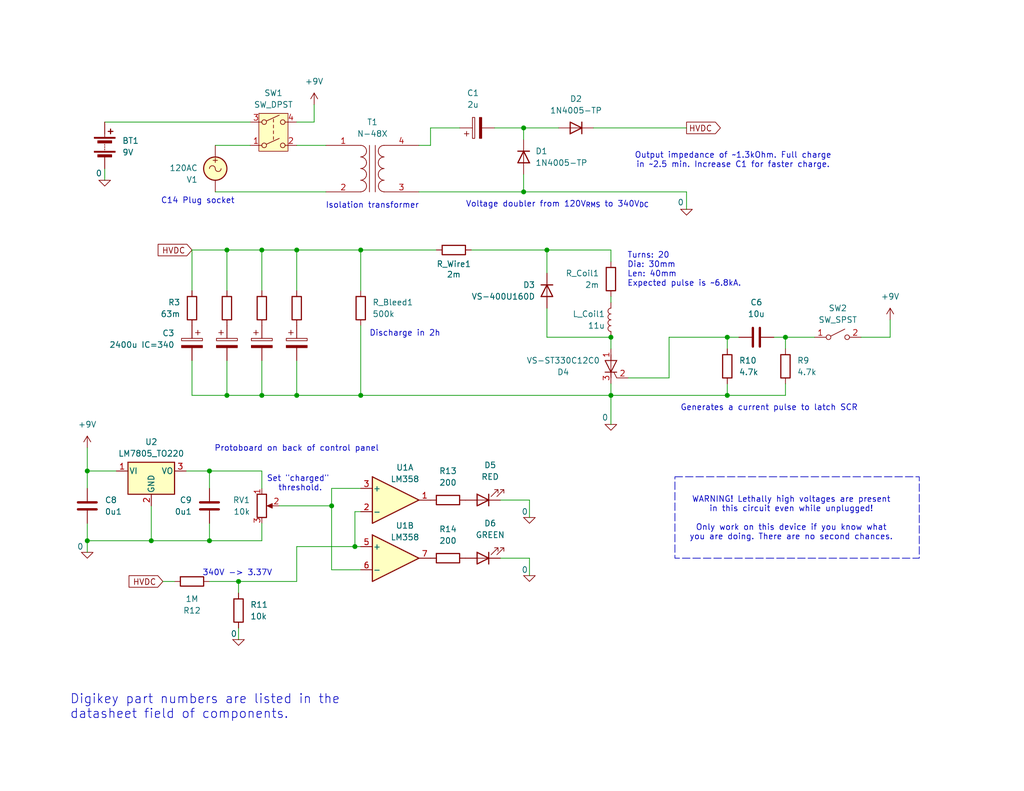
<source format=kicad_sch>
(kicad_sch (version 20231120) (generator "eeschema") (generator_version "8.0")
  (paper "User" 223.52 172.72)
  (title_block (title "Pulse Magnetizer") (date "2024-10-07") (company "UVic SMART Lab"))
  (lib_symbols
    (symbol "Amplifier_Operational:LM358" (pin_names (offset 0.127))
      (property "Reference" "U" (at 0 5.08 0))
      (property "Value" "LM358" (at 0 -5.08 0))
      (symbol "LM358_1_1"
        (polyline (pts (xy -5.08 5.08) (xy 5.08 0) (xy -5.08 -5.08) (xy -5.08 5.08)) (stroke (width 0.254)) (fill (type background)))
        (pin output line (at 7.62 0 180) (length 2.54) (name "~") (number "1"))
        (pin input line (at -7.62 -2.54 0) (length 2.54) (name "-") (number "2"))
        (pin input line (at -7.62 2.54 0) (length 2.54) (name "+") (number "3"))
      )
      (symbol "LM358_2_1"
        (polyline (pts (xy -5.08 5.08) (xy 5.08 0) (xy -5.08 -5.08) (xy -5.08 5.08)) (stroke (width 0.254)) (fill (type background)))
        (pin input line (at -7.62 2.54 0) (length 2.54) (name "+") (number "5"))
        (pin input line (at -7.62 -2.54 0) (length 2.54) (name "-") (number "6"))
        (pin output line (at 7.62 0 180) (length 2.54) (name "~") (number "7"))
      )
      (symbol "LM358_3_1"
        (pin power_in line (at -2.54 -7.62 90) (length 3.81) (name "V-") (number "4"))
        (pin power_in line (at -2.54 7.62 270) (length 3.81) (name "V+") (number "8"))
      )
    )
    (symbol "Device:Battery" (pin_numbers hide) (pin_names (offset 0) hide)
      (property "Reference" "BT" (at 2.54 2.54 0))
      (property "Value" "Battery" (at 2.54 0 0))
      (symbol "Battery_0_1"
        (rectangle (start -2.286 -1.27) (end 2.286 -1.524) (fill (type outline)))
        (rectangle (start -2.286 1.778) (end 2.286 1.524) (fill (type outline)))
        (rectangle (start -1.524 -2.032) (end 1.524 -2.54) (fill (type outline)))
        (rectangle (start -1.524 1.016) (end 1.524 0.508) (fill (type outline)))
        (polyline (pts (xy 0 -1.016) (xy 0 -0.762)))
        (polyline (pts (xy 0 -0.508) (xy 0 -0.254)))
        (polyline (pts (xy 0 0) (xy 0 0.254)))
        (polyline (pts (xy 0 1.778) (xy 0 2.54)))
        (polyline (pts (xy 0.762 3.048) (xy 1.778 3.048)) (stroke (width 0.254)))
        (polyline (pts (xy 1.27 3.556) (xy 1.27 2.54)) (stroke (width 0.254)))
      )
      (symbol "Battery_1_1"
        (pin passive line (at 0 5.08 270) (length 2.54) (name "+") (number "1"))
        (pin passive line (at 0 -5.08 90) (length 2.54) (name "-") (number "2"))
      )
    )
    (symbol "Device:C" (pin_numbers hide) (pin_names (offset 0.254))
      (property "Reference" "C" (at 0.635 2.54 0))
      (property "Value" "C" (at 0.635 -2.54 0))
      (symbol "C_0_1"
        (polyline (pts (xy -2.032 -0.762) (xy 2.032 -0.762)) (stroke (width 0.508)))
        (polyline (pts (xy -2.032 0.762) (xy 2.032 0.762)) (stroke (width 0.508)))
      )
      (symbol "C_1_1"
        (pin passive line (at 0 3.81 270) (length 2.794) (name "~") (number "1"))
        (pin passive line (at 0 -3.81 90) (length 2.794) (name "~") (number "2"))
      )
    )
    (symbol "Device:C_Polarized" (pin_numbers hide) (pin_names (offset 0.254))
      (property "Reference" "C" (at 0.635 2.54 0))
      (property "Value" "C_Polarized" (at 0.635 -2.54 0))
      (symbol "C_Polarized_0_1"
        (rectangle (start -2.286 0.508) (end 2.286 1.016))
        (polyline (pts (xy -1.778 2.286) (xy -0.762 2.286)))
        (polyline (pts (xy -1.27 2.794) (xy -1.27 1.778)))
        (rectangle (start 2.286 -0.508) (end -2.286 -1.016) (fill (type outline)))
      )
      (symbol "C_Polarized_1_1"
        (pin passive line (at 0 3.81 270) (length 2.794) (name "~") (number "1"))
        (pin passive line (at 0 -3.81 90) (length 2.794) (name "~") (number "2"))
      )
    )
    (symbol "Device:D" (pin_numbers hide) (pin_names (offset 1.016) hide)
      (property "Reference" "D" (at 0 2.54 0))
      (property "Value" "D" (at 0 -2.54 0))
      (symbol "D_0_1"
        (polyline (pts (xy -1.27 1.27) (xy -1.27 -1.27)) (stroke (width 0.254)))
        (polyline (pts (xy 1.27 0) (xy -1.27 0)))
        (polyline (pts (xy 1.27 1.27) (xy 1.27 -1.27) (xy -1.27 0) (xy 1.27 1.27)) (stroke (width 0.254)))
      )
      (symbol "D_1_1"
        (pin passive line (at -3.81 0 0) (length 2.54) (name "K") (number "1"))
        (pin passive line (at 3.81 0 180) (length 2.54) (name "A") (number "2"))
      )
    )
    (symbol "Device:L" (pin_numbers hide) (pin_names (offset 1.016) hide)
      (property "Reference" "L" (at -1.27 0 90))
      (property "Value" "L" (at 1.905 0 90))
      (symbol "L_0_1"
        (arc (start 0 -2.54) (mid 0.6323 -1.905) (end 0 -1.27))
        (arc (start 0 -1.27) (mid 0.6323 -0.635) (end 0 0))
        (arc (start 0 0) (mid 0.6323 0.635) (end 0 1.27))
        (arc (start 0 1.27) (mid 0.6323 1.905) (end 0 2.54))
      )
      (symbol "L_1_1"
        (pin passive line (at 0 3.81 270) (length 1.27) (name "1") (number "1"))
        (pin passive line (at 0 -3.81 90) (length 1.27) (name "2") (number "2"))
      )
    )
    (symbol "Device:LED" (pin_numbers hide) (pin_names (offset 1.016) hide)
      (property "Reference" "D" (at 0 2.54 0))
      (property "Value" "LED" (at 0 -2.54 0))
      (symbol "LED_0_1"
        (polyline (pts (xy -1.27 -1.27) (xy -1.27 1.27)) (stroke (width 0.254)))
        (polyline (pts (xy -1.27 0) (xy 1.27 0)))
        (polyline (pts (xy 1.27 -1.27) (xy 1.27 1.27) (xy -1.27 0) (xy 1.27 -1.27)) (stroke (width 0.254)))
        (polyline (pts (xy -3.048 -0.762) (xy -4.572 -2.286) (xy -3.81 -2.286) (xy -4.572 -2.286) (xy -4.572 -1.524)))
        (polyline (pts (xy -1.778 -0.762) (xy -3.302 -2.286) (xy -2.54 -2.286) (xy -3.302 -2.286) (xy -3.302 -1.524)))
      )
      (symbol "LED_1_1"
        (pin passive line (at -3.81 0 0) (length 2.54) (name "K") (number "1"))
        (pin passive line (at 3.81 0 180) (length 2.54) (name "A") (number "2"))
      )
    )
    (symbol "Device:Q_SCR_AGK" (pin_names (offset 0) hide)
      (property "Reference" "D" (at 1.905 0.635 0))
      (property "Value" "Q_SCR_AGK" (at 1.905 -1.27 0))
      (symbol "Q_SCR_AGK_0_1"
        (polyline (pts (xy -1.27 -2.54) (xy -0.635 -1.27)))
        (polyline (pts (xy -1.27 -1.27) (xy 1.27 -1.27)) (stroke (width 0.2032)))
        (polyline (pts (xy 0 -2.54) (xy 0 2.54)))
        (polyline (pts (xy -1.27 1.27) (xy 1.27 1.27) (xy 0 -1.27) (xy -1.27 1.27)) (stroke (width 0.2032)))
      )
      (symbol "Q_SCR_AGK_1_1"
        (pin passive line (at 0 3.81 270) (length 2.54) (name "A") (number "1"))
        (pin input line (at -3.81 -2.54 0) (length 2.54) (name "G") (number "2"))
        (pin passive line (at 0 -3.81 90) (length 2.54) (name "K") (number "3"))
      )
    )
    (symbol "Device:R" (pin_numbers hide) (pin_names (offset 0))
      (property "Reference" "R" (at 2.032 0 90))
      (property "Value" "R" (at 0 0 90))
      (symbol "R_0_1"
        (rectangle (start -1.016 -2.54) (end 1.016 2.54) (stroke (width 0.254)))
      )
      (symbol "R_1_1"
        (pin passive line (at 0 3.81 270) (length 1.27) (name "~") (number "1"))
        (pin passive line (at 0 -3.81 90) (length 1.27) (name "~") (number "2"))
      )
    )
    (symbol "Device:R_Potentiometer" (pin_names (offset 1.016) hide)
      (property "Reference" "RV" (at -4.445 0 90))
      (property "Value" "R_Potentiometer" (at -2.54 0 90))
      (symbol "R_Potentiometer_0_1"
        (polyline (pts (xy 2.54 0) (xy 1.524 0)))
        (polyline (pts (xy 1.143 0) (xy 2.286 0.508) (xy 2.286 -0.508) (xy 1.143 0)) (fill (type outline)))
        (rectangle (start 1.016 2.54) (end -1.016 -2.54) (stroke (width 0.254)))
      )
      (symbol "R_Potentiometer_1_1"
        (pin passive line (at 0 3.81 270) (length 1.27) (name "1") (number "1"))
        (pin passive line (at 3.81 0 180) (length 1.27) (name "2") (number "2"))
        (pin passive line (at 0 -3.81 90) (length 1.27) (name "3") (number "3"))
      )
    )
    (symbol "Device:Transformer_1P_1S" (pin_names (offset 1.016) hide)
      (property "Reference" "T" (at 0 6.35 0))
      (property "Value" "Transformer_1P_1S" (at 0 -7.62 0))
      (symbol "Transformer_1P_1S_0_1"
        (arc (start -2.54 -5.0546) (mid -1.6599 -4.6901) (end -1.27 -3.81))
        (arc (start -2.54 -2.5146) (mid -1.6599 -2.1501) (end -1.27 -1.27))
        (arc (start -2.54 0.0254) (mid -1.6599 0.3899) (end -1.27 1.27))
        (arc (start -2.54 2.5654) (mid -1.6599 2.9299) (end -1.27 3.81))
        (arc (start -1.27 -3.81) (mid -1.642 -2.912) (end -2.54 -2.54))
        (arc (start -1.27 -1.27) (mid -1.642 -0.372) (end -2.54 0))
        (arc (start -1.27 1.27) (mid -1.642 2.168) (end -2.54 2.54))
        (arc (start -1.27 3.81) (mid -1.642 4.708) (end -2.54 5.08))
        (polyline (pts (xy -0.635 5.08) (xy -0.635 -5.08)))
        (polyline (pts (xy 0.635 -5.08) (xy 0.635 5.08)))
        (arc (start 1.2954 -1.27) (mid 1.6599 -2.1501) (end 2.54 -2.5146))
        (arc (start 1.2954 1.27) (mid 1.6599 0.3899) (end 2.54 0.0254))
        (arc (start 1.2954 3.81) (mid 1.6599 2.9299) (end 2.54 2.5654))
        (arc (start 1.3208 -3.81) (mid 1.6853 -4.6901) (end 2.5654 -5.0546))
        (arc (start 2.54 0) (mid 1.642 -0.372) (end 1.2954 -1.27))
        (arc (start 2.54 2.54) (mid 1.642 2.168) (end 1.2954 1.27))
        (arc (start 2.54 5.08) (mid 1.642 4.708) (end 1.2954 3.81))
        (arc (start 2.5654 -2.54) (mid 1.6674 -2.912) (end 1.3208 -3.81))
      )
      (symbol "Transformer_1P_1S_1_1"
        (pin passive line (at -10.16 5.08 0) (length 7.62) (name "AA") (number "1"))
        (pin passive line (at -10.16 -5.08 0) (length 7.62) (name "AB") (number "2"))
        (pin passive line (at 10.16 -5.08 180) (length 7.62) (name "SA") (number "3"))
        (pin passive line (at 10.16 5.08 180) (length 7.62) (name "SB") (number "4"))
      )
    )
    (symbol "Regulator_Linear:LM7805_TO220" (pin_names (offset 0.254))
      (property "Reference" "U" (at -3.81 3.175 0))
      (property "Value" "LM7805_TO220" (at 0 3.175 0))
      (symbol "LM7805_TO220_0_1"
        (rectangle (start -5.08 1.905) (end 5.08 -5.08) (stroke (width 0.254)) (fill (type background)))
      )
      (symbol "LM7805_TO220_1_1"
        (pin power_in line (at -7.62 0 0) (length 2.54) (name "VI") (number "1"))
        (pin power_in line (at 0 -7.62 90) (length 2.54) (name "GND") (number "2"))
        (pin power_out line (at 7.62 0 180) (length 2.54) (name "VO") (number "3"))
      )
    )
    (symbol "Simulation_SPICE:0" (power) (pin_numbers hide) (pin_names (offset 0) hide)
      (property "Value" "0" (at 0 -2.54 0))
      (symbol "0_0_1"
        (polyline (pts (xy -1.27 0) (xy 0 -1.27) (xy 1.27 0) (xy -1.27 0)))
      )
      (symbol "0_1_1"
        (pin power_in line (at 0 0 0) (length 0) (name "~") (number "1"))
      )
    )
    (symbol "Simulation_SPICE:VSIN" (pin_numbers hide) (pin_names (offset 0.0254))
      (property "Reference" "V" (at 2.54 2.54 0))
      (property "Value" "VSIN" (at 2.54 0 0))
      (property "Sim.Params" "dc=0 ampl=1 f=1k ac=1" (at 2.54 -2.54 0))
      (symbol "VSIN_0_0"
        (arc (start 0 0) (mid -0.635 0.6323) (end -1.27 0))
        (arc (start 0 0) (mid 0.635 -0.6323) (end 1.27 0))
        (text "+" (at 0 1.905 0) (effects (font (size 1.27 1.27))))
      )
      (symbol "VSIN_0_1"
        (circle (center 0 0) (radius 2.54) (stroke (width 0.254)) (fill (type background)))
      )
      (symbol "VSIN_1_1"
        (pin passive line (at 0 5.08 270) (length 2.54) (name "~") (number "1"))
        (pin passive line (at 0 -5.08 90) (length 2.54) (name "~") (number "2"))
      )
    )
    (symbol "Switch:SW_DPST" (pin_names (offset 0) hide)
      (property "Reference" "SW" (at 0 6.35 0))
      (property "Value" "SW_DPST" (at 0 -5.08 0))
      (symbol "SW_DPST_0_0"
        (circle (center -2.032 -2.54) (radius 0.508))
        (circle (center -2.032 2.54) (radius 0.508))
        (polyline (pts (xy -1.524 -2.286) (xy 1.27 -1.016)))
        (polyline (pts (xy -1.524 2.794) (xy 1.27 4.064)))
        (polyline (pts (xy 0 -1.27) (xy 0 -0.635)))
        (polyline (pts (xy 0 0) (xy 0 0.635)))
        (polyline (pts (xy 0 1.27) (xy 0 1.905)))
        (polyline (pts (xy 0 2.54) (xy 0 3.175)))
        (circle (center 2.032 -2.54) (radius 0.508))
        (circle (center 2.032 2.54) (radius 0.508))
      )
      (symbol "SW_DPST_1_1"
        (rectangle (start -3.175 4.445) (end 3.175 -3.81) (fill (type background)))
        (pin passive line (at -5.08 -2.54 0) (length 2.54) (name "1") (number "1"))
        (pin passive line (at 5.08 -2.54 180) (length 2.54) (name "2") (number "2"))
        (pin passive line (at -5.08 2.54 0) (length 2.54) (name "3") (number "3"))
        (pin passive line (at 5.08 2.54 180) (length 2.54) (name "4") (number "4"))
      )
    )
    (symbol "Switch:SW_SPST" (pin_names (offset 0) hide)
      (property "Reference" "SW" (at 0 3.175 0))
      (property "Value" "SW_SPST" (at 0 -2.54 0))
      (symbol "SW_SPST_0_0"
        (circle (center -2.032 0) (radius 0.508))
        (polyline (pts (xy -1.524 0.254) (xy 1.524 1.778)))
        (circle (center 2.032 0) (radius 0.508))
      )
      (symbol "SW_SPST_1_1"
        (pin passive line (at -5.08 0 0) (length 2.54) (name "A") (number "1"))
        (pin passive line (at 5.08 0 180) (length 2.54) (name "B") (number "2"))
      )
    )
    (symbol "power:+9V" (power) (pin_numbers hide) (pin_names (offset 0) hide)
      (property "Value" "+9V" (at 0 3.556 0))
      (symbol "+9V_0_1"
        (polyline (pts (xy -0.762 1.27) (xy 0 2.54)))
        (polyline (pts (xy 0 0) (xy 0 2.54)))
        (polyline (pts (xy 0 2.54) (xy 0.762 1.27)))
      )
      (symbol "+9V_1_1"
        (pin power_in line (at 0 0 90) (length 0) (name "~") (number "1"))
      )
    )
  )
  (junction (at 78.74 86.36))
  (junction (at 158.75 86.36))
  (junction (at 52.07 127))
  (junction (at 49.53 86.36))
  (junction (at 133.35 73.66))
  (junction (at 77.47 119.38))
  (junction (at 114.3 41.91))
  (junction (at 57.15 86.36))
  (junction (at 45.72 118.11))
  (junction (at 133.35 86.36))
  (junction (at 64.77 54.61))
  (junction (at 119.38 54.61))
  (junction (at 114.3 27.94))
  (junction (at 19.05 102.87))
  (junction (at 78.74 54.61))
  (junction (at 45.72 102.87))
  (junction (at 171.45 73.66))
  (junction (at 57.15 54.61))
  (junction (at 19.05 118.11))
  (junction (at 72.39 110.49))
  (junction (at 33.02 118.11))
  (junction (at 49.53 54.61))
  (junction (at 158.75 73.66))
  (junction (at 64.77 86.36))
  (wire (pts (xy 64.77 127) (xy 52.07 127)))
  (wire (pts (xy 149.86 41.91) (xy 149.86 45.72)))
  (wire (pts (xy 146.05 82.55) (xy 137.16 82.55)))
  (wire (pts (xy 171.45 73.66) (xy 177.8 73.66)))
  (wire (pts (xy 64.77 54.61) (xy 78.74 54.61)))
  (wire (pts (xy 68.58 26.67) (xy 68.58 22.86)))
  (wire (pts (xy 57.15 54.61) (xy 64.77 54.61)))
  (wire (pts (xy 41.91 54.61) (xy 49.53 54.61)))
  (wire (pts (xy 187.96 73.66) (xy 194.31 73.66)))
  (wire (pts (xy 119.38 67.31) (xy 119.38 73.66)))
  (wire (pts (xy 158.75 86.36) (xy 171.45 86.36)))
  (wire (pts (xy 64.77 54.61) (xy 64.77 63.5)))
  (wire (pts (xy 19.05 118.11) (xy 19.05 120.65)))
  (wire (pts (xy 19.05 118.11) (xy 33.02 118.11)))
  (wire (pts (xy 57.15 114.3) (xy 57.15 118.11)))
  (wire (pts (xy 194.31 69.85) (xy 194.31 73.66)))
  (wire (pts (xy 45.72 118.11) (xy 33.02 118.11)))
  (wire (pts (xy 49.53 78.74) (xy 49.53 86.36)))
  (wire (pts (xy 109.22 109.22) (xy 115.57 109.22)))
  (wire (pts (xy 109.22 121.92) (xy 115.57 121.92)))
  (wire (pts (xy 25.4 102.87) (xy 19.05 102.87)))
  (wire (pts (xy 45.72 127) (xy 52.07 127)))
  (wire (pts (xy 146.05 73.66) (xy 146.05 82.55)))
  (wire (pts (xy 57.15 78.74) (xy 57.15 86.36)))
  (wire (pts (xy 119.38 54.61) (xy 133.35 54.61)))
  (wire (pts (xy 129.54 27.94) (xy 149.86 27.94)))
  (wire (pts (xy 40.64 102.87) (xy 45.72 102.87)))
  (wire (pts (xy 133.35 86.36) (xy 158.75 86.36)))
  (wire (pts (xy 22.86 26.67) (xy 54.61 26.67)))
  (wire (pts (xy 57.15 118.11) (xy 45.72 118.11)))
  (wire (pts (xy 57.15 86.36) (xy 64.77 86.36)))
  (wire (pts (xy 72.39 106.68) (xy 78.74 106.68)))
  (wire (pts (xy 78.74 86.36) (xy 133.35 86.36)))
  (wire (pts (xy 115.57 121.92) (xy 115.57 125.73)))
  (wire (pts (xy 158.75 73.66) (xy 161.29 73.66)))
  (wire (pts (xy 64.77 86.36) (xy 78.74 86.36)))
  (wire (pts (xy 77.47 119.38) (xy 78.74 119.38)))
  (wire (pts (xy 146.05 73.66) (xy 158.75 73.66)))
  (wire (pts (xy 93.98 27.94) (xy 100.33 27.94)))
  (wire (pts (xy 35.56 127) (xy 38.1 127)))
  (wire (pts (xy 41.91 86.36) (xy 49.53 86.36)))
  (wire (pts (xy 133.35 66.04) (xy 133.35 64.77)))
  (wire (pts (xy 158.75 83.82) (xy 158.75 86.36)))
  (wire (pts (xy 57.15 54.61) (xy 57.15 63.5)))
  (wire (pts (xy 107.95 27.94) (xy 114.3 27.94)))
  (wire (pts (xy 46.99 41.91) (xy 71.12 41.91)))
  (wire (pts (xy 45.72 102.87) (xy 57.15 102.87)))
  (wire (pts (xy 93.98 31.75) (xy 93.98 27.94)))
  (wire (pts (xy 168.91 73.66) (xy 171.45 73.66)))
  (wire (pts (xy 52.07 137.16) (xy 52.07 139.7)))
  (wire (pts (xy 52.07 127) (xy 52.07 129.54)))
  (wire (pts (xy 49.53 54.61) (xy 57.15 54.61)))
  (wire (pts (xy 133.35 86.36) (xy 133.35 92.71)))
  (wire (pts (xy 114.3 41.91) (xy 149.86 41.91)))
  (wire (pts (xy 114.3 27.94) (xy 121.92 27.94)))
  (wire (pts (xy 72.39 106.68) (xy 72.39 110.49)))
  (wire (pts (xy 119.38 54.61) (xy 119.38 59.69)))
  (wire (pts (xy 41.91 63.5) (xy 41.91 54.61)))
  (wire (pts (xy 115.57 109.22) (xy 115.57 113.03)))
  (wire (pts (xy 46.99 31.75) (xy 54.61 31.75)))
  (wire (pts (xy 77.47 111.76) (xy 77.47 119.38)))
  (wire (pts (xy 64.77 31.75) (xy 71.12 31.75)))
  (wire (pts (xy 33.02 110.49) (xy 33.02 118.11)))
  (wire (pts (xy 57.15 102.87) (xy 57.15 106.68)))
  (wire (pts (xy 19.05 97.79) (xy 19.05 102.87)))
  (wire (pts (xy 64.77 119.38) (xy 64.77 127)))
  (wire (pts (xy 91.44 41.91) (xy 114.3 41.91)))
  (wire (pts (xy 45.72 102.87) (xy 45.72 106.68)))
  (wire (pts (xy 22.86 36.83) (xy 22.86 39.37)))
  (wire (pts (xy 114.3 38.1) (xy 114.3 41.91)))
  (wire (pts (xy 60.96 110.49) (xy 72.39 110.49)))
  (wire (pts (xy 64.77 119.38) (xy 77.47 119.38)))
  (wire (pts (xy 78.74 111.76) (xy 77.47 111.76)))
  (wire (pts (xy 133.35 83.82) (xy 133.35 86.36)))
  (wire (pts (xy 41.91 78.74) (xy 41.91 86.36)))
  (wire (pts (xy 114.3 27.94) (xy 114.3 30.48)))
  (wire (pts (xy 119.38 73.66) (xy 133.35 73.66)))
  (wire (pts (xy 72.39 124.46) (xy 78.74 124.46)))
  (wire (pts (xy 133.35 54.61) (xy 133.35 57.15)))
  (wire (pts (xy 133.35 73.66) (xy 133.35 76.2)))
  (wire (pts (xy 49.53 86.36) (xy 57.15 86.36)))
  (wire (pts (xy 78.74 71.12) (xy 78.74 86.36)))
  (wire (pts (xy 102.87 54.61) (xy 119.38 54.61)))
  (wire (pts (xy 19.05 106.68) (xy 19.05 102.87)))
  (wire (pts (xy 171.45 73.66) (xy 171.45 76.2)))
  (wire (pts (xy 72.39 110.49) (xy 72.39 124.46)))
  (wire (pts (xy 64.77 26.67) (xy 68.58 26.67)))
  (wire (pts (xy 19.05 114.3) (xy 19.05 118.11)))
  (wire (pts (xy 78.74 54.61) (xy 78.74 63.5)))
  (wire (pts (xy 64.77 78.74) (xy 64.77 86.36)))
  (wire (pts (xy 78.74 54.61) (xy 95.25 54.61)))
  (wire (pts (xy 158.75 73.66) (xy 158.75 76.2)))
  (wire (pts (xy 93.98 31.75) (xy 91.44 31.75)))
  (wire (pts (xy 171.45 83.82) (xy 171.45 86.36)))
  (wire (pts (xy 49.53 54.61) (xy 49.53 63.5)))
  (wire (pts (xy 45.72 114.3) (xy 45.72 118.11)))
  (rectangle (start 147.32 104.14) (end 200.66 121.92) (stroke (width 0) (type dash)))
  (text "Turns: 20\nDia: 30mm\nLen: 40mm\nExpected pulse is ~6.8kA." (at 136.906 58.928 0) (effects (font (size 1.27 1.27)) (justify left)))
  (text "Discharge in 2h" (at 88.392 72.898 0) (effects (font (size 1.27 1.27))))
  (text "C14 Plug socket" (at 43.18 43.942 0) (effects (font (size 1.27 1.27))))
  (text "Generates a current pulse to latch SCR" (at 167.894 89.154 0) (effects (font (size 1.27 1.27))))
  (text "340V -> 3.37V" (at 51.816 125.222 0) (effects (font (size 1.27 1.27))))
  (text "Protoboard on back of control panel" (at 64.77 98.044 0) (effects (font (size 1.27 1.27))))
  (text "Isolation transformer" (at 81.28 44.958 0) (effects (font (size 1.27 1.27))))
  (text "Set \"charged\" \nthreshold." (at 65.532 105.664 0) (effects (font (size 1.27 1.27))))
  (text "Output impedance of ~1.3kOhm. Full charge\nin ~2.5 min. Increase C1 for faster charge." (at 160.02 35.052 0) (effects (font (size 1.27 1.27))))
  (text "Digikey part numbers are listed in the\ndatasheet field of components." (at 15.24 154.432 0) (effects (font (size 2 2)) (justify left)))
  (text "WARNING! Lethally high voltages are present\nin this circuit even while unplugged!\n\nOnly work on this device if you know what\nyou are doing. There are no second chances." (at 172.72 113.284 0) (effects (font (size 1.27 1.27))))
  (text "Voltage doubler from 120V_{RMS} to 340V_{DC}" (at 121.666 44.704 0) (effects (font (size 1.27 1.27))))
  (global_label "HVDC" (shape output) (at 149.86 27.94 0) (property "Intersheetrefs" "${INTERSHEET_REFS}" (effects (hide yes))))
  (global_label "HVDC" (shape input) (at 41.91 54.61 180) (property "Intersheetrefs" "${INTERSHEET_REFS}" (effects (hide yes))))
  (global_label "HVDC" (shape input) (at 35.56 127 180) (property "Intersheetrefs" "${INTERSHEET_REFS}" (effects (hide yes))))
  (symbol (lib_id "Simulation_SPICE:0") (at 19.05 120.65 0) (unit 1)
    (property "Reference" "#GND04" (effects (hide yes)))
    (property "Value" "0" (at 17.526 119.38 0))
    (property "Datasheet" "https://ngspice.sourceforge.io/docs/ngspice-html-manual/manual.xhtml#subsec_Circuit_elements__device" (effects (hide yes)))
    (property "Description" "0V reference potential for simulation" (effects (hide yes)))
  )
  (symbol (lib_id "power:+9V") (at 19.05 97.79 0) (unit 1)
    (property "Reference" "#PWR01" (effects (hide yes)))
    (property "Value" "+9V" (at 19.05 92.71 0))
    (property "Description" "Power symbol creates a global label with name \"+9V\"" (effects (hide yes)))
  )
  (symbol (lib_id "Simulation_SPICE:0") (at 52.07 139.7 0) (unit 1)
    (property "Reference" "#GND05" (effects (hide yes)))
    (property "Value" "0" (at 51.054 138.43 0))
    (property "Datasheet" "https://ngspice.sourceforge.io/docs/ngspice-html-manual/manual.xhtml#subsec_Circuit_elements__device" (effects (hide yes)))
    (property "Description" "0V reference potential for simulation" (effects (hide yes)))
  )
  (symbol (lib_id "Device:C_Polarized") (at 41.91 74.93 0) (mirror y) (unit 1)
    (property "Reference" "C3" (at 38.1 72.7709 0) (effects (justify left)))
    (property "Value" "2400u IC=340" (at 38.1 75.3109 0) (effects (justify left)))
    (property "Datasheet" "https://www.digikey.ca/en/products/detail/kemet/ALS80A242KF400/6872208" (effects (hide yes)))
    (property "Description" "Polarized capacitor" (effects (hide yes)))
  )
  (symbol (lib_id "Device:C_Polarized") (at 104.14 27.94 90) (unit 1)
    (property "Reference" "C1" (at 103.251 20.32 90))
    (property "Value" "2u" (at 103.251 22.86 90))
    (property "Datasheet" "https://www.digikey.ca/en/products/detail/chemi-con/EKWA451ELL560MK35S/15283177" (effects (hide yes)))
    (property "Description" "Polarized capacitor" (effects (hide yes)))
  )
  (symbol (lib_id "Device:R") (at 41.91 127 90) (mirror x) (unit 1)
    (property "Reference" "R12" (at 41.91 133.35 90))
    (property "Value" "1M" (at 41.91 130.81 90))
    (property "Description" "Resistor" (effects (hide yes)))
  )
  (symbol (lib_id "Device:C") (at 19.05 110.49 0) (unit 1)
    (property "Reference" "C8" (at 22.86 109.2199 0) (effects (justify left)))
    (property "Value" "0u1" (at 22.86 111.7599 0) (effects (justify left)))
    (property "Description" "Unpolarized capacitor" (effects (hide yes)))
  )
  (symbol (lib_id "Device:Transformer_1P_1S") (at 81.28 36.83 0) (unit 1) (exclude_from_sim yes)
    (property "Reference" "T1" (at 81.2927 26.67 0))
    (property "Value" "N-48X" (at 81.2927 29.21 0))
    (property "Datasheet" "https://www.digikey.ca/en/products/detail/triad-magnetics/N-48X/4915270" (effects (hide yes)))
    (property "Description" "Transformer, single primary, single secondary" (effects (hide yes)))
  )
  (symbol (lib_id "Amplifier_Operational:LM358") (at 86.36 121.92 0) (unit 2)
    (property "Reference" "U1" (at 88.392 114.808 0))
    (property "Value" "LM358" (at 88.392 117.348 0))
    (property "Datasheet" "http://www.ti.com/lit/ds/symlink/lm2904-n.pdf" (effects (hide yes)))
    (property "Description" "Low-Power, Dual Operational Amplifiers, DIP-8/SOIC-8/TO-99-8" (effects (hide yes)))
  )
  (symbol (lib_id "Device:Battery") (at 22.86 31.75 0) (unit 1)
    (property "Reference" "BT1" (at 26.67 30.734 0) (effects (justify left)))
    (property "Value" "9V" (at 26.67 33.274 0) (effects (justify left)))
    (property "Description" "Multiple-cell battery" (effects (hide yes)))
  )
  (symbol (lib_id "Device:L") (at 133.35 69.85 0) (mirror y) (unit 1)
    (property "Reference" "L_Coil1" (at 132.08 68.5799 0) (effects (justify left)))
    (property "Value" "11u" (at 132.08 71.1199 0) (effects (justify left)))
    (property "Description" "Inductor" (effects (hide yes)))
  )
  (symbol (lib_id "Device:R_Potentiometer") (at 57.15 110.49 0) (unit 1)
    (property "Reference" "RV1" (at 54.61 109.2199 0) (effects (justify right)))
    (property "Value" "10k" (at 54.61 111.7599 0) (effects (justify right)))
    (property "Description" "Potentiometer" (effects (hide yes)))
  )
  (symbol (lib_id "Device:R") (at 64.77 67.31 180) (unit 1)
    (property "Reference" "R2" (effects (hide yes)))
    (property "Value" "63m" (effects (hide yes)))
    (property "Description" "Resistor" (effects (hide yes)))
  )
  (symbol (lib_id "Device:C") (at 45.72 110.49 0) (mirror y) (unit 1)
    (property "Reference" "C9" (at 41.91 109.2199 0) (effects (justify left)))
    (property "Value" "0u1" (at 41.91 111.7599 0) (effects (justify left)))
    (property "Description" "Unpolarized capacitor" (effects (hide yes)))
  )
  (symbol (lib_id "Device:R") (at 49.53 67.31 180) (unit 1)
    (property "Reference" "R4" (effects (hide yes)))
    (property "Value" "63m" (effects (hide yes)))
    (property "Description" "Resistor" (effects (hide yes)))
  )
  (symbol (lib_id "Device:R") (at 99.06 54.61 90) (unit 1)
    (property "Reference" "R_Wire1" (at 99.06 57.658 90))
    (property "Value" "2m" (at 99.06 59.944 90))
    (property "Description" "Resistor" (effects (hide yes)))
  )
  (symbol (lib_id "Device:D") (at 125.73 27.94 180) (unit 1) (exclude_from_sim yes)
    (property "Reference" "D2" (at 125.73 21.59 0))
    (property "Value" "1N4005-TP" (at 125.73 24.13 0))
    (property "Datasheet" "https://www.digikey.ca/en/products/detail/micro-commercial-co/1N4005-TP/773642" (effects (hide yes)))
    (property "Description" "Diode" (effects (hide yes)))
    (property "Sim.Device" "D" (effects (hide yes)))
    (property "Sim.Pins" "1=K 2=A" (effects (hide yes)))
  )
  (symbol (lib_id "Simulation_SPICE:0") (at 133.35 92.71 0) (unit 1)
    (property "Reference" "#GND02" (effects (hide yes)))
    (property "Value" "0" (at 132.08 91.186 0))
    (property "Datasheet" "https://ngspice.sourceforge.io/docs/ngspice-html-manual/manual.xhtml#subsec_Circuit_elements__device" (effects (hide yes)))
    (property "Description" "0V reference potential for simulation" (effects (hide yes)))
  )
  (symbol (lib_id "Device:R") (at 171.45 80.01 0) (unit 1)
    (property "Reference" "R9" (at 173.99 78.7399 0) (effects (justify left)))
    (property "Value" "4.7k" (at 173.99 81.2799 0) (effects (justify left)))
    (property "Description" "Resistor" (effects (hide yes)))
  )
  (symbol (lib_id "Device:R") (at 41.91 67.31 0) (mirror x) (unit 1)
    (property "Reference" "R3" (at 39.37 66.0399 0) (effects (justify right)))
    (property "Value" "63m" (at 39.37 68.5799 0) (effects (justify right)))
    (property "Description" "Resistor" (effects (hide yes)))
  )
  (symbol (lib_id "Device:LED") (at 105.41 121.92 180) (unit 1)
    (property "Reference" "D6" (at 106.9975 114.3 0))
    (property "Value" "GREEN" (at 106.9975 116.84 0))
    (property "Description" "Light emitting diode" (effects (hide yes)))
  )
  (symbol (lib_id "Device:Q_SCR_AGK") (at 133.35 80.01 0) (mirror y) (unit 1) (exclude_from_sim yes)
    (property "Reference" "D4" (at 122.936 81.28 0))
    (property "Value" "VS-ST330C12C0" (at 122.936 78.74 0))
    (property "Datasheet" "https://www.digikey.ca/en/products/detail/vishay-general-semiconductor-diodes-division/VS-ST330C12C0/359243" (effects (hide yes)))
    (property "Description" "Silicon controlled rectifier, anode/gate/cathode" (effects (hide yes)))
  )
  (symbol (lib_id "Device:R") (at 97.79 109.22 90) (unit 1)
    (property "Reference" "R13" (at 97.79 102.87 90))
    (property "Value" "200" (at 97.79 105.41 90))
    (property "Description" "Resistor" (effects (hide yes)))
  )
  (symbol (lib_id "Device:R") (at 158.75 80.01 0) (unit 1)
    (property "Reference" "R10" (at 161.29 78.7399 0) (effects (justify left)))
    (property "Value" "4.7k" (at 161.29 81.2799 0) (effects (justify left)))
    (property "Description" "Resistor" (effects (hide yes)))
  )
  (symbol (lib_id "Simulation_SPICE:0") (at 115.57 113.03 0) (unit 1)
    (property "Reference" "#GND06" (effects (hide yes)))
    (property "Value" "0" (at 114.554 111.76 0))
    (property "Datasheet" "https://ngspice.sourceforge.io/docs/ngspice-html-manual/manual.xhtml#subsec_Circuit_elements__device" (effects (hide yes)))
    (property "Description" "0V reference potential for simulation" (effects (hide yes)))
  )
  (symbol (lib_id "power:+9V") (at 194.31 69.85 0) (unit 1)
    (property "Reference" "#PWR02" (effects (hide yes)))
    (property "Value" "+9V" (at 194.31 64.77 0))
    (property "Description" "Power symbol creates a global label with name \"+9V\"" (effects (hide yes)))
  )
  (symbol (lib_id "Regulator_Linear:LM7805_TO220") (at 33.02 102.87 0) (unit 1)
    (property "Reference" "U2" (at 33.02 96.52 0))
    (property "Value" "LM7805_TO220" (at 33.02 99.06 0))
    (property "Footprint" "Package_TO_SOT_THT:TO-220-3_Vertical" (effects (hide yes)))
    (property "Datasheet" "https://www.onsemi.cn/PowerSolutions/document/MC7800-D.PDF" (effects (hide yes)))
    (property "Description" "Positive 1A 35V Linear Regulator, Fixed Output 5V, TO-220" (effects (hide yes)))
  )
  (symbol (lib_id "Simulation_SPICE:0") (at 22.86 39.37 0) (unit 1)
    (property "Reference" "#GND03" (effects (hide yes)))
    (property "Value" "0" (at 21.59 37.846 0))
    (property "Datasheet" "https://ngspice.sourceforge.io/docs/ngspice-html-manual/manual.xhtml#subsec_Circuit_elements__device" (effects (hide yes)))
    (property "Description" "0V reference potential for simulation" (effects (hide yes)))
  )
  (symbol (lib_id "Device:D") (at 114.3 34.29 270) (unit 1) (exclude_from_sim yes)
    (property "Reference" "D1" (at 116.84 33.0199 90) (effects (justify left)))
    (property "Value" "1N4005-TP" (at 116.84 35.5599 90) (effects (justify left)))
    (property "Datasheet" "https://www.digikey.ca/en/products/detail/micro-commercial-co/1N4005-TP/773642" (effects (hide yes)))
    (property "Description" "Diode" (effects (hide yes)))
    (property "Sim.Device" "D" (effects (hide yes)))
    (property "Sim.Pins" "1=K 2=A" (effects (hide yes)))
  )
  (symbol (lib_id "Device:C_Polarized") (at 64.77 74.93 0) (unit 1)
    (property "Reference" "C5" (effects (hide yes)))
    (property "Value" "2400u IC=340" (effects (hide yes)))
    (property "Datasheet" "https://www.digikey.ca/en/products/detail/kemet/ALS80A242KF400/6872208" (effects (hide yes)))
    (property "Description" "Polarized capacitor" (effects (hide yes)))
  )
  (symbol (lib_id "Device:R") (at 52.07 133.35 0) (unit 1)
    (property "Reference" "R11" (at 54.61 132.0799 0) (effects (justify left)))
    (property "Value" "10k" (at 54.61 134.6199 0) (effects (justify left)))
    (property "Description" "Resistor" (effects (hide yes)))
  )
  (symbol (lib_id "Device:D") (at 119.38 63.5 90) (mirror x) (unit 1)
    (property "Reference" "D3" (at 116.84 62.2299 90) (effects (justify left)))
    (property "Value" "VS-400U160D" (at 116.84 64.7699 90) (effects (justify left)))
    (property "Datasheet" "https://www.digikey.ca/en/products/detail/vishay-general-semiconductor-diodes-division/VS-400U160D/446850" (effects (hide yes)))
    (property "Description" "Diode" (effects (hide yes)))
    (property "Sim.Device" "D" (effects (hide yes)))
    (property "Sim.Pins" "1=K 2=A" (effects (hide yes)))
  )
  (symbol (lib_id "Simulation_SPICE:VSIN") (at 46.99 36.83 0) (unit 1)
    (property "Reference" "V1" (at 43.18 39.2403 0) (effects (justify right)))
    (property "Value" "120AC" (at 43.18 36.7003 0) (effects (justify right)))
    (property "Datasheet" "https://ngspice.sourceforge.io/docs/ngspice-html-manual/manual.xhtml#sec_Independent_Sources_for" (effects (hide yes)))
    (property "Description" "Voltage source, sinusoidal" (effects (hide yes)))
    (property "Sim.Pins" "1=+ 2=-" (effects (hide yes)))
    (property "Sim.Params" "dc=0 ampl=170 f=60 td=0 theta=0 phase=0 ac=170" (effects (hide yes)))
    (property "Sim.Type" "SIN" (effects (hide yes)))
    (property "Sim.Device" "V" (effects (hide yes)))
  )
  (symbol (lib_id "Switch:SW_SPST") (at 182.88 73.66 0) (unit 1)
    (property "Reference" "SW2" (at 182.88 67.31 0))
    (property "Value" "SW_SPST" (at 182.88 69.85 0))
    (property "Description" "Single Pole Single Throw (SPST) switch" (effects (hide yes)))
  )
  (symbol (lib_id "Amplifier_Operational:LM358") (at 86.36 109.22 0) (unit 1)
    (property "Reference" "U1" (at 88.392 102.108 0))
    (property "Value" "LM358" (at 88.392 104.648 0))
    (property "Datasheet" "http://www.ti.com/lit/ds/symlink/lm2904-n.pdf" (effects (hide yes)))
    (property "Description" "Low-Power, Dual Operational Amplifiers, DIP-8/SOIC-8/TO-99-8" (effects (hide yes)))
  )
  (symbol (lib_id "Simulation_SPICE:0") (at 149.86 45.72 0) (unit 1)
    (property "Reference" "#GND01" (effects (hide yes)))
    (property "Value" "0" (at 148.59 44.196 0))
    (property "Datasheet" "https://ngspice.sourceforge.io/docs/ngspice-html-manual/manual.xhtml#subsec_Circuit_elements__device" (effects (hide yes)))
    (property "Description" "0V reference potential for simulation" (effects (hide yes)))
  )
  (symbol (lib_id "Device:C") (at 165.1 73.66 90) (unit 1)
    (property "Reference" "C6" (at 165.1 66.04 90))
    (property "Value" "10u" (at 165.1 68.58 90))
    (property "Description" "Unpolarized capacitor" (effects (hide yes)))
  )
  (symbol (lib_id "Device:R") (at 78.74 67.31 180) (unit 1)
    (property "Reference" "R_Bleed1" (at 81.28 66.0399 0) (effects (justify right)))
    (property "Value" "500k" (at 81.28 68.5799 0) (effects (justify right)))
    (property "Datasheet" "https://www.digikey.ca/en/products/detail/stackpole-electronics-inc/CF12JT470K/1741163" (effects (hide yes)))
    (property "Description" "Resistor" (effects (hide yes)))
  )
  (symbol (lib_id "Device:R") (at 133.35 60.96 0) (mirror x) (unit 1)
    (property "Reference" "R_Coil1" (at 130.81 59.6899 0) (effects (justify right)))
    (property "Value" "2m" (at 130.81 62.2299 0) (effects (justify right)))
    (property "Description" "Resistor" (effects (hide yes)))
  )
  (symbol (lib_id "Device:R") (at 57.15 67.31 180) (unit 1)
    (property "Reference" "R1" (effects (hide yes)))
    (property "Value" "63m" (effects (hide yes)))
    (property "Description" "Resistor" (effects (hide yes)))
  )
  (symbol (lib_id "Simulation_SPICE:0") (at 115.57 125.73 0) (unit 1)
    (property "Reference" "#GND07" (effects (hide yes)))
    (property "Value" "0" (at 114.554 124.46 0))
    (property "Datasheet" "https://ngspice.sourceforge.io/docs/ngspice-html-manual/manual.xhtml#subsec_Circuit_elements__device" (effects (hide yes)))
    (property "Description" "0V reference potential for simulation" (effects (hide yes)))
  )
  (symbol (lib_id "Device:C_Polarized") (at 57.15 74.93 0) (unit 1)
    (property "Reference" "C2" (effects (hide yes)))
    (property "Value" "2400u IC=340" (effects (hide yes)))
    (property "Datasheet" "https://www.digikey.ca/en/products/detail/kemet/ALS80A242KF400/6872208" (effects (hide yes)))
    (property "Description" "Polarized capacitor" (effects (hide yes)))
  )
  (symbol (lib_id "power:+9V") (at 68.58 22.86 0) (unit 1)
    (property "Reference" "#PWR03" (effects (hide yes)))
    (property "Value" "+9V" (at 68.58 17.78 0))
    (property "Description" "Power symbol creates a global label with name \"+9V\"" (effects (hide yes)))
  )
  (symbol (lib_id "Switch:SW_DPST") (at 59.69 29.21 0) (unit 1)
    (property "Reference" "SW1" (at 59.69 20.32 0))
    (property "Value" "SW_DPST" (at 59.69 22.86 0))
    (property "Description" "Double Pole Single Throw (DPST) Switch" (effects (hide yes)))
  )
  (symbol (lib_id "Device:C_Polarized") (at 49.53 74.93 0) (unit 1)
    (property "Reference" "C4" (effects (hide yes)))
    (property "Value" "2400u IC=340" (effects (hide yes)))
    (property "Datasheet" "https://www.digikey.ca/en/products/detail/kemet/ALS80A242KF400/6872208" (effects (hide yes)))
    (property "Description" "Polarized capacitor" (effects (hide yes)))
  )
  (symbol (lib_id "Device:R") (at 97.79 121.92 90) (unit 1)
    (property "Reference" "R14" (at 97.79 115.57 90))
    (property "Value" "200" (at 97.79 118.11 90))
    (property "Description" "Resistor" (effects (hide yes)))
  )
  (symbol (lib_id "Device:LED") (at 105.41 109.22 180) (unit 1)
    (property "Reference" "D5" (at 106.9975 101.6 0))
    (property "Value" "RED" (at 106.9975 104.14 0))
    (property "Description" "Light emitting diode" (effects (hide yes)))
  )
)
</source>
